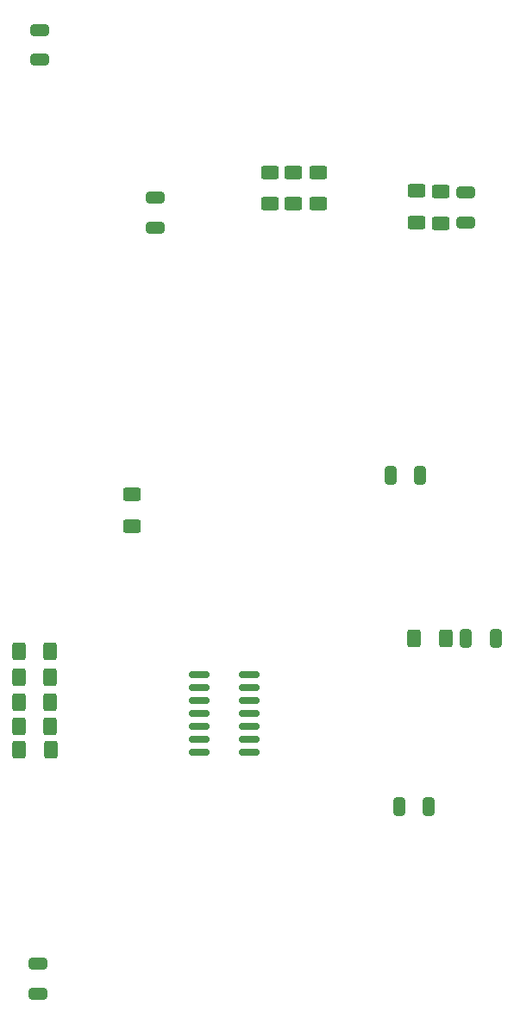
<source format=gbr>
%TF.GenerationSoftware,KiCad,Pcbnew,8.0.5-8.0.5-0~ubuntu22.04.1*%
%TF.CreationDate,2024-10-04T17:06:24+02:00*%
%TF.ProjectId,6502_6800_CPU,36353032-5f36-4383-9030-5f4350552e6b,rev?*%
%TF.SameCoordinates,Original*%
%TF.FileFunction,Paste,Bot*%
%TF.FilePolarity,Positive*%
%FSLAX46Y46*%
G04 Gerber Fmt 4.6, Leading zero omitted, Abs format (unit mm)*
G04 Created by KiCad (PCBNEW 8.0.5-8.0.5-0~ubuntu22.04.1) date 2024-10-04 17:06:24*
%MOMM*%
%LPD*%
G01*
G04 APERTURE LIST*
G04 Aperture macros list*
%AMRoundRect*
0 Rectangle with rounded corners*
0 $1 Rounding radius*
0 $2 $3 $4 $5 $6 $7 $8 $9 X,Y pos of 4 corners*
0 Add a 4 corners polygon primitive as box body*
4,1,4,$2,$3,$4,$5,$6,$7,$8,$9,$2,$3,0*
0 Add four circle primitives for the rounded corners*
1,1,$1+$1,$2,$3*
1,1,$1+$1,$4,$5*
1,1,$1+$1,$6,$7*
1,1,$1+$1,$8,$9*
0 Add four rect primitives between the rounded corners*
20,1,$1+$1,$2,$3,$4,$5,0*
20,1,$1+$1,$4,$5,$6,$7,0*
20,1,$1+$1,$6,$7,$8,$9,0*
20,1,$1+$1,$8,$9,$2,$3,0*%
G04 Aperture macros list end*
%ADD10RoundRect,0.250000X0.325000X0.650000X-0.325000X0.650000X-0.325000X-0.650000X0.325000X-0.650000X0*%
%ADD11RoundRect,0.250000X-0.325000X-0.650000X0.325000X-0.650000X0.325000X0.650000X-0.325000X0.650000X0*%
%ADD12RoundRect,0.250000X0.625000X-0.400000X0.625000X0.400000X-0.625000X0.400000X-0.625000X-0.400000X0*%
%ADD13RoundRect,0.150000X0.825000X0.150000X-0.825000X0.150000X-0.825000X-0.150000X0.825000X-0.150000X0*%
%ADD14RoundRect,0.250000X0.400000X0.625000X-0.400000X0.625000X-0.400000X-0.625000X0.400000X-0.625000X0*%
%ADD15RoundRect,0.250000X-0.400000X-0.625000X0.400000X-0.625000X0.400000X0.625000X-0.400000X0.625000X0*%
%ADD16RoundRect,0.250000X-0.625000X0.400000X-0.625000X-0.400000X0.625000X-0.400000X0.625000X0.400000X0*%
%ADD17RoundRect,0.250000X-0.650000X0.325000X-0.650000X-0.325000X0.650000X-0.325000X0.650000X0.325000X0*%
%ADD18RoundRect,0.250000X0.650000X-0.325000X0.650000X0.325000X-0.650000X0.325000X-0.650000X-0.325000X0*%
G04 APERTURE END LIST*
D10*
%TO.C,C10*%
X127205000Y-128905000D03*
X124255000Y-128905000D03*
%TD*%
D11*
%TO.C,C9*%
X130810000Y-112395000D03*
X133760000Y-112395000D03*
%TD*%
D12*
%TO.C,R5*%
X111633000Y-69723000D03*
X111633000Y-66623000D03*
%TD*%
D13*
%TO.C,U6*%
X109598000Y-115951000D03*
X109598000Y-117221000D03*
X109598000Y-118491000D03*
X109598000Y-119761000D03*
X109598000Y-121031000D03*
X109598000Y-122301000D03*
X109598000Y-123571000D03*
X104648000Y-123571000D03*
X104648000Y-122301000D03*
X104648000Y-121031000D03*
X104648000Y-119761000D03*
X104648000Y-118491000D03*
X104648000Y-117221000D03*
X104648000Y-115951000D03*
%TD*%
D14*
%TO.C,R12*%
X128830000Y-112395000D03*
X125730000Y-112395000D03*
%TD*%
D15*
%TO.C,R11*%
X86969000Y-123317000D03*
X90069000Y-123317000D03*
%TD*%
%TO.C,R10*%
X86943000Y-113665000D03*
X90043000Y-113665000D03*
%TD*%
%TO.C,R9*%
X86943000Y-116205000D03*
X90043000Y-116205000D03*
%TD*%
%TO.C,R8*%
X86943000Y-118618000D03*
X90043000Y-118618000D03*
%TD*%
%TO.C,R7*%
X86943000Y-121031000D03*
X90043000Y-121031000D03*
%TD*%
D16*
%TO.C,R6*%
X98044000Y-98272000D03*
X98044000Y-101372000D03*
%TD*%
D12*
%TO.C,R3*%
X113919000Y-69723000D03*
X113919000Y-66623000D03*
%TD*%
D16*
%TO.C,R2*%
X128397000Y-68528000D03*
X128397000Y-71628000D03*
%TD*%
%TO.C,R1*%
X125984000Y-68453000D03*
X125984000Y-71553000D03*
%TD*%
D11*
%TO.C,C6*%
X123415000Y-96393000D03*
X126365000Y-96393000D03*
%TD*%
D17*
%TO.C,C2*%
X88800000Y-144300000D03*
X88800000Y-147250000D03*
%TD*%
D12*
%TO.C,R4*%
X116332000Y-69723000D03*
X116332000Y-66623000D03*
%TD*%
D17*
%TO.C,C5*%
X100330000Y-69088000D03*
X100330000Y-72038000D03*
%TD*%
D18*
%TO.C,C1*%
X89000000Y-55600000D03*
X89000000Y-52650000D03*
%TD*%
D17*
%TO.C,C4*%
X130810000Y-68629000D03*
X130810000Y-71579000D03*
%TD*%
M02*

</source>
